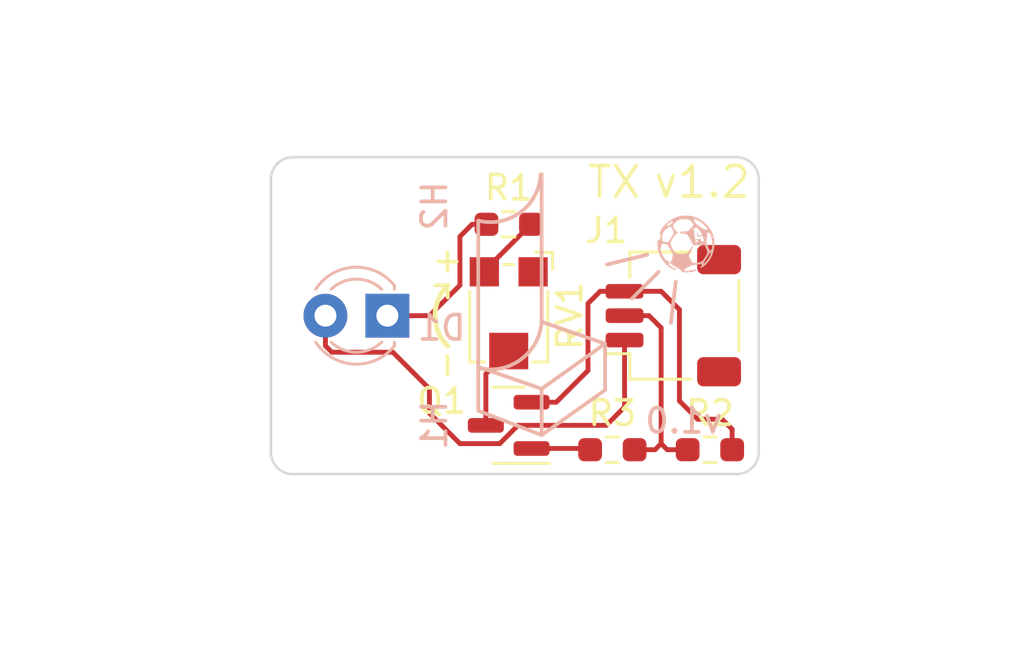
<source format=kicad_pcb>
(kicad_pcb (version 20221018) (generator pcbnew)
  (layers (0 "F.Cu" signal) (31 "B.Cu" signal) (34 "B.Paste" user) (35 "F.Paste" user) (36 "B.SilkS" user "B.Silkscreen") (37 "F.SilkS" user "F.Silkscreen") (38 "B.Mask" user) (39 "F.Mask" user) (44 "Edge.Cuts" user))
  (net 0 "")
  (net 1 "Net-(D1-K)")
  (net 2 "+3.3V")
  (net 3 "BALL_TX")
  (net 4 "GND")
  (net 5 "Net-(Q1-G)")
  (net 7 "Net-(Q1-D)")
  (net 8 "Net-(R1-Pad2)")
  (footprint "Resistor_SMD:R_0603_1608Metric_Pad0.98x0.95mm_HandSolder" (layer "F.Cu") (at 128.25 59.75)
    (fp_text reference "R1" (at 0 -1.5) (layer "F.SilkS") (effects (font (thickness 0.153))))
    (fp_text value "36" hide)
    (fp_line (start -0.254724 -0.5225) (end 0.254724 -0.5225) (stroke (width 0.12)) (layer "F.SilkS"))
    (fp_line (start -0.254724 0.5225) (end 0.254724 0.5225) (stroke (width 0.12)) (layer "F.SilkS"))
    (pad "1" smd roundrect (at -0.9125 0) (size 0.975 0.95) (layers "F.Cu" "F.Paste" "F.Mask") (net 1 "Net-(D1-K)"))
    (pad "2" smd roundrect (at 0.9125 0) (size 0.975 0.95) (layers "F.Cu" "F.Paste" "F.Mask") (net 8 "Net-(R1-Pad2)"))
  )
  (footprint "Potentiometer_SMD:Potentiometer_Bourns_TC33X_Vertical" (layer "F.Cu") (at 128.25 63.5 -90)
    (fp_text reference "RV1" (at 0 -2.5 90) (layer "F.SilkS") (effects (font (thickness 0.153))))
    (fp_text value "500 125mW")
    (fp_line (start -2.6 -1.8) (end -2.6 -1.1) (stroke (width 0.12)) (layer "F.SilkS"))
    (fp_line (start -2.1 -0.2) (end -2.1 0.2) (stroke (width 0.12)) (layer "F.SilkS"))
    (fp_line (start -1.9 -1.8) (end -2.6 -1.8) (stroke (width 0.12)) (layer "F.SilkS"))
    (fp_line (start -1 -1.6) (end 1.9 -1.6) (stroke (width 0.12)) (layer "F.SilkS"))
    (fp_line (start -1 1.6) (end 1.9 1.6) (stroke (width 0.12)) (layer "F.SilkS"))
    (fp_line (start 1.9 -1.6) (end 1.9 -1) (stroke (width 0.12)) (layer "F.SilkS"))
    (fp_line (start 1.9 1.6) (end 1.9 1) (stroke (width 0.12)) (layer "F.SilkS"))
    (pad "1" smd rect (at -1.8 -1 270) (size 1.2 1.2) (layers "F.Cu" "F.Paste" "F.Mask"))
    (pad "2" smd rect (at 1.45 0 270) (size 1.5 1.6) (layers "F.Cu" "F.Paste" "F.Mask") (net 7 "Net-(Q1-D)"))
    (pad "3" smd rect (at -1.8 1 270) (size 1.2 1.2) (layers "F.Cu" "F.Paste" "F.Mask") (net 8 "Net-(R1-Pad2)"))
  )
  (footprint "Connector_JST:JST_SH_SM03B-SRSS-TB_1x03-1MP_P1.00mm_Horizontal" (layer "F.Cu") (at 135 63.5 90)
    (fp_text reference "J1" (at 3.5 -2.75 180) (layer "F.SilkS") (effects (font (thickness 0.153))))
    (fp_text value "Conn_01x03" hide)
    (fp_line (start -2.61 -1.785) (end -1.56 -1.785) (stroke (width 0.12)) (layer "F.SilkS"))
    (fp_line (start -2.61 0.715) (end -2.61 -1.785) (stroke (width 0.12)) (layer "F.SilkS"))
    (fp_line (start -1.56 -1.785) (end -1.56 -2.775) (stroke (width 0.12)) (layer "F.SilkS"))
    (fp_line (start -1.44 2.685) (end 1.44 2.685) (stroke (width 0.12)) (layer "F.SilkS"))
    (fp_line (start 2.61 -1.785) (end 1.56 -1.785) (stroke (width 0.12)) (layer "F.SilkS"))
    (fp_line (start 2.61 0.715) (end 2.61 -1.785) (stroke (width 0.12)) (layer "F.SilkS"))
    (pad "1" smd roundrect (at -1 -2 90) (size 0.6 1.55) (layers "F.Cu" "F.Paste" "F.Mask") (net 2 "+3.3V"))
    (pad "2" smd roundrect (at 0 -2 90) (size 0.6 1.55) (layers "F.Cu" "F.Paste" "F.Mask") (net 3 "BALL_TX"))
    (pad "3" smd roundrect (at 1 -2 90) (size 0.6 1.55) (layers "F.Cu" "F.Paste" "F.Mask") (net 4 "GND"))
    (pad "MP" smd roundrect (at -2.3 1.875 90) (size 1.2 1.8) (layers "F.Cu" "F.Paste" "F.Mask") (roundrect_rratio 0.2083333333))
    (pad "MP" smd roundrect (at 2.3 1.875 90) (size 1.2 1.8) (layers "F.Cu" "F.Paste" "F.Mask") (roundrect_rratio 0.2083333333))
  )
  (footprint "Resistor_SMD:R_0603_1608Metric_Pad0.98x0.95mm_HandSolder" (layer "F.Cu") (at 136.5 69)
    (fp_text reference "R2" (at 0 -1.5 180) (layer "F.SilkS") (effects (font (thickness 0.153))))
    (fp_text value "10k" hide)
    (fp_line (start -0.254724 -0.5225) (end 0.254724 -0.5225) (stroke (width 0.12)) (layer "F.SilkS"))
    (fp_line (start -0.254724 0.5225) (end 0.254724 0.5225) (stroke (width 0.12)) (layer "F.SilkS"))
    (pad "1" smd roundrect (at -0.9125 0) (size 0.975 0.95) (layers "F.Cu" "F.Paste" "F.Mask") (net 3 "BALL_TX"))
    (pad "2" smd roundrect (at 0.9125 0) (size 0.975 0.95) (layers "F.Cu" "F.Paste" "F.Mask") (net 4 "GND"))
  )
  (footprint "Resistor_SMD:R_0603_1608Metric_Pad0.98x0.95mm_HandSolder" (layer "F.Cu") (at 132.5 69 180)
    (fp_text reference "R3" (at 0 1.5) (layer "F.SilkS") (effects (font (thickness 0.153))))
    (fp_text value "100" hide)
    (fp_line (start -0.254724 -0.5225) (end 0.254724 -0.5225) (stroke (width 0.12)) (layer "F.SilkS"))
    (fp_line (start -0.254724 0.5225) (end 0.254724 0.5225) (stroke (width 0.12)) (layer "F.SilkS"))
    (pad "1" smd roundrect (at -0.9125 0 180) (size 0.975 0.95) (layers "F.Cu" "F.Paste" "F.Mask") (net 3 "BALL_TX"))
    (pad "2" smd roundrect (at 0.9125 0 180) (size 0.975 0.95) (layers "F.Cu" "F.Paste" "F.Mask") (net 5 "Net-(Q1-G)"))
  )
  (footprint "MountingHole:MountingHole_2.2mm_M2" (layer "F.Cu") (at 122 68 -90)
    (fp_text reference "H1" (at 0 -3.2 90) (layer "B.SilkS") (effects (font (thickness 0.153)) (justify mirror)))
    (fp_text value "MountingHole" hide)
    (pad "" np_thru_hole circle (at 0 0 270) (size 2.2 2.2) (drill 2.2) (layers "*.Cu" "*.Mask"))
  )
  (footprint "MountingHole:MountingHole_2.2mm_M2" (layer "F.Cu") (at 122 59 -90)
    (fp_text reference "H2" (at 0 -3.2 90) (layer "B.SilkS") (effects (font (thickness 0.153)) (justify mirror)))
    (fp_text value "MountingHole" hide)
    (pad "" np_thru_hole circle (at 0 0 270) (size 2.2 2.2) (drill 2.2) (layers "*.Cu" "*.Mask"))
  )
  (footprint "Package_TO_SOT_SMD:SOT-23" (layer "F.Cu") (at 128.25 68 180)
    (fp_text reference "Q1" (at 2.75 1) (layer "F.SilkS") (effects (font (thickness 0.153))))
    (fp_text value "BSS138" hide)
    (fp_line (start 0 -1.56) (end -1.675 -1.56) (stroke (width 0.12)) (layer "F.SilkS"))
    (fp_line (start 0 -1.56) (end 0.65 -1.56) (stroke (width 0.12)) (layer "F.SilkS"))
    (fp_line (start 0 1.56) (end -0.65 1.56) (stroke (width 0.12)) (layer "F.SilkS"))
    (fp_line (start 0 1.56) (end 0.65 1.56) (stroke (width 0.12)) (layer "F.SilkS"))
    (pad "1" smd roundrect (at -0.9375 -0.95 180) (size 1.475 0.6) (layers "F.Cu" "F.Paste" "F.Mask") (net 5 "Net-(Q1-G)"))
    (pad "2" smd roundrect (at -0.9375 0.95 180) (size 1.475 0.6) (layers "F.Cu" "F.Paste" "F.Mask") (net 4 "GND"))
    (pad "3" smd roundrect (at 0.9375 0 180) (size 1.475 0.6) (layers "F.Cu" "F.Paste" "F.Mask") (net 7 "Net-(Q1-D)"))
  )
  (footprint "AT-Style:logo_3_mm_3_mm" (layer "B.Cu") (at 135.5 60.5 180)
    (fp_text reference "G***" hide)
    (fp_text value "LOGO" hide)
    (fp_poly (pts (xy 0.084667 1.104608) (xy 0.147904 1.099875) (xy 0.180206 1.095398) (xy 0.322169 1.061718) (xy 0.456925 1.011636) (xy 0.583926 0.945492) (xy 0.702625 0.86363) (xy 0.812473 0.766392) (xy 0.912923 0.65412) (xy 0.937606 0.622279) (xy 0.96758 0.579457) (xy 0.995872 0.533645) (xy 1.020561 0.48853) (xy 1.039727 0.447796) (xy 1.05145 0.415131) (xy 1.054204 0.398475) (xy 1.050505 0.373967) (xy 1.041173 0.343344) (xy 1.036058 0.330691) (xy 1.026275 0.304678) (xy 1.021897 0.279516) (xy 1.022111 0.248004) (xy 1.024011 0.224049) (xy 1.032764 0.173874) (xy 1.048446 0.139843) (xy 1.071494 0.121291) (xy 1.094133 0.117134) (xy 1.11474 0.112649) (xy 1.130013 0.097915) (xy 1.140723 0.071017) (xy 1.147639 0.030038) (xy 1.151479 -0.025662) (xy 1.149055 -0.14185) (xy 1.133304 -0.263808) (xy 1.105256 -0.386416) (xy 1.065944 -0.504554) (xy 1.044967 -0.554637) (xy 1.001368 -0.637177) (xy 0.944248 -0.722728) (xy 0.876763 -0.807472) (xy 0.802068 -0.887591) (xy 0.723321 -0.959267) (xy 0.68614 -0.988703) (xy 0.650923 -1.013429) (xy 0.609229 -1.039945) (xy 0.564453 -1.066397) (xy 0.519992 -1.090934) (xy 0.479244 -1.111702) (xy 0.445603 -1.12685) (xy 0.422468 -1.134525) (xy 0.41769 -1.135103) (xy 0.398369 -1.128601) (xy 0.392056 -1.111266) (xy 0.394137 -1.101175) (xy 0.403563 -1.092172) (xy 0.425342 -1.077938) (xy 0.455534 -1.060945) (xy 0.47046 -1.053236) (xy 0.514851 -1.029688) (xy 0.558935 -1.004152) (xy 0.599617 -0.978656) (xy 0.633804 -0.955229) (xy 0.658402 -0.935898) (xy 0.670318 -0.922691) (xy 0.670603 -0.922035) (xy 0.670027 -0.906629) (xy 0.662891 -0.882188) (xy 0.656894 -0.867611) (xy 0.646123 -0.84279) (xy 0.642773 -0.827688) (xy 0.646697 -0.815668) (xy 0.655489 -0.803127) (xy 0.674013 -0.786197) (xy 0.701759 -0.769103) (xy 0.717927 -0.761604) (xy 0.774833 -0.733656) (xy 0.820874 -0.698694) (xy 0.860483 -0.654807) (xy 0.884639 -0.619991) (xy 0.911635 -0.57453) (xy 0.939236 -0.522937) (xy 0.965206 -0.469727) (xy 0.98731 -0.419416) (xy 1.003314 -0.376518) (xy 1.00966 -0.353465) (xy 1.015497 -0.306736) (xy 1.01581 -0.254286) (xy 1.011248 -0.200335) (xy 1.002457 -0.149101) (xy 0.990086 -0.104805) (xy 0.974784 -0.071668) (xy 0.964418 -0.058854) (xy 0.948814 -0.048979) (xy 0.928069 -0.046231) (xy 0.902686 -0.048486) (xy 0.855094 -0.056552) (xy 0.809686 -0.067349) (xy 0.770998 -0.079553) (xy 0.743563 -0.091837) (xy 0.735843 -0.097264) (xy 0.724948 -0.111402) (xy 0.708684 -0.137747) (xy 0.689443 -0.172241) (xy 0.673638 -0.202731) (xy 0.648627 -0.251257) (xy 0.619077 -0.306529) (xy 0.589689 -0.359822) (xy 0.576051 -0.383824) (xy 0.554573 -0.4222) (xy 0.53626 -0.456967) (xy 0.523222 -0.483987) (xy 0.517815 -0.497964) (xy 0.518169 -0.515433) (xy 0.523346 -0.546033) (xy 0.532286 -0.58586) (xy 0.543932 -0.63101) (xy 0.557224 -0.677582) (xy 0.571104 -0.721672) (xy 0.584512 -0.759375) (xy 0.595883 -0.785789) (xy 0.609593 -0.820079) (xy 0.610489 -0.846657) (xy 0.598377 -0.870676) (xy 0.592427 -0.877872) (xy 0.574232 -0.89389) (xy 0.543121 -0.916456) (xy 0.502109 -0.943696) (xy 0.454212 -0.97374) (xy 0.402445 -1.004714) (xy 0.349825 -1.034748) (xy 0.299368 -1.061967) (xy 0.279395 -1.072186) (xy 0.238711 -1.093223) (xy 0.211645 -1.109113) (xy 0.195324 -1.121967) (xy 0.186873 -1.133896) (xy 0.18426 -1.142049) (xy 0.174845 -1.176104) (xy 0.162161 -1.197038) (xy 0.142441 -1.209743) (xy 0.128328 -1.21467) (xy 0.097761 -1.220116) (xy 0.052703 -1.223141) (xy -0.003478 -1.223729) (xy -0.067413 -1.221863) (xy -0.135733 -1.217528) (xy -0.153377 -1.216032) (xy -0.20402 -1.210554) (xy -0.248617 -1.20313) (xy -0.293991 -1.192294) (xy -0.346968 -1.176579) (xy -0.367262 -1.170079) (xy -0.408108 -1.153427) (xy -0.431117 -1.135776) (xy -0.436223 -1.117189) (xy -0.432634 -1.108492) (xy -0.426649 -1.104147) (xy -0.414253 -1.103201) (xy -0.392797 -1.106021) (xy -0.359637 -1.112977) (xy -0.312124 -1.124434) (xy -0.304866 -1.126246) (xy -0.228096 -1.143572) (xy -0.160195 -1.154429) (xy -0.093707 -1.159979) (xy -0.085598 -1.160339) (xy -0.041745 -1.161866) (xy -0.012168 -1.161889) (xy 0.006849 -1.159927) (xy 0.019023 -1.1555) (xy 0.02807 -1.148126) (xy 0.030713 -1.145286) (xy 0.042195 -1.125336) (xy 0.039025 -1.10582) (xy 0.020353 -1.085606) (xy -0.014673 -1.063561) (xy -0.04058 -1.050549) (xy -0.081289 -1.030115) (xy -0.123545 -1.007134) (xy -0.158639 -0.986356) (xy -0.160621 -0.985094) (xy -0.19832 -0.962012) (xy -0.230453 -0.945786) (xy -0.262363 -0.934743) (xy -0.299391 -0.927213) (xy -0.346878 -0.921525) (xy -0.370873 -0.919314) (xy -0.422852 -0.91392) (xy -0.478609 -0.906792) (xy -0.529599 -0.899073) (xy -0.552385 -0.895016) (xy -0.598485 -0.887405) (xy -0.630143 -0.885808) (xy -0.650086 -0.890779) (xy -0.661046 -0.902871) (xy -0.665154 -0.917858) (xy -0.661162 -0.937874) (xy -0.646567 -0.96398) (xy -0.640319 -0.972368) (xy -0.621783 -1.001625) (xy -0.618104 -1.022852) (xy -0.628984 -1.034956) (xy -0.654125 -1.036841) (xy -0.657751 -1.036378) (xy -0.677934 -1.028048) (xy -0.707671 -1.008677) (xy -0.744269 -0.98044) (xy -0.785034 -0.945517) (xy -0.827272 -0.906083) (xy -0.860752 -0.872292) (xy -0.955699 -0.761086) (xy -1.033991 -0.643709) (xy -1.095913 -0.519473) (xy -1.119157 -0.452647) (xy -1.034917 -0.452647) (xy -1.030701 -0.471114) (xy -1.01875 -0.500241) (xy -1.005427 -0.528715) (xy -0.951332 -0.626641) (xy -0.882784 -0.725865) (xy -0.838107 -0.781642) (xy -0.806829 -0.816867) (xy -0.783769 -0.838046) (xy -0.76732 -0.84624) (xy -0.755874 -0.842511) (xy -0.752474 -0.838143) (xy -0.750668 -0.830293) (xy -0.753961 -0.817964) (xy -0.763581 -0.798841) (xy -0.780757 -0.770608) (xy -0.80672 -0.730949) (xy -0.819541 -0.711813) (xy -0.84784 -0.668557) (xy -0.879705 -0.61801) (xy -0.909869 -0.568584) (xy -0.921088 -0.549627) (xy -0.951259 -0.5) (xy -0.975323 -0.465326) (xy -0.994586 -0.444134) (xy -1.010356 -0.434954) (xy -1.022332 -0.435623) (xy -1.031944 -0.441823) (xy -1.034917 -0.452647) (xy -1.119157 -0.452647) (xy -1.134597 -0.408255) (xy -0.888575 -0.408255) (xy -0.883604 -0.438286) (xy -0.87115 -0.472343) (xy -0.850239 -0.514355) (xy -0.828028 -0.554133) (xy -0.784291 -0.626835) (xy -0.744445 -0.684407) (xy -0.706503 -0.728751) (xy -0.668483 -0.761774) (xy -0.6284 -0.78538) (xy -0.584269 -0.801474) (xy -0.565544 -0.806123) (xy -0.480251 -0.822947) (xy -0.410281 -0.832088) (xy -0.354673 -0.83358) (xy -0.312463 -0.827455) (xy -0.285691 -0.815826) (xy -0.270951 -0.800393) (xy -0.251505 -0.772018) (xy -0.229293 -0.73451) (xy -0.206253 -0.69168) (xy -0.184326 -0.647335) (xy -0.16545 -0.605285) (xy -0.151565 -0.56934) (xy -0.14461 -0.543307) (xy -0.144164 -0.537845) (xy -0.147275 -0.513583) (xy -0.157143 -0.482216) (xy -0.174567 -0.441954) (xy -0.200349 -0.391005) (xy -0.235291 -0.327575) (xy -0.248545 -0.304336) (xy -0.273479 -0.260561) (xy -0.290366 -0.229432) (xy -0.300282 -0.208057) (xy -0.304304 -0.193542) (xy -0.30351 -0.182995) (xy -0.298975 -0.173521) (xy -0.297883 -0.171767) (xy -0.288461 -0.163743) (xy -0.2757 -0.166034) (xy -0.258523 -0.179724) (xy -0.235853 -0.205893) (xy -0.206613 -0.245626) (xy -0.169723 -0.300003) (xy -0.168753 -0.301469) (xy -0.135355 -0.351856) (xy -0.108097 -0.390613) (xy -0.083921 -0.41924) (xy -0.059765 -0.439233) (xy -0.032569 -0.45209) (xy 0.000726 -0.459309) (xy 0.043181 -0.462387) (xy 0.097856 -0.462823) (xy 0.159664 -0.462197) (xy 0.216389 -0.461112) (xy 0.269289 -0.459207) (xy 0.314794 -0.456678) (xy 0.349331 -0.453722) (xy 0.369023 -0.450622) (xy 0.394699 -0.440707) (xy 0.418808 -0.424203) (xy 0.442847 -0.399192) (xy 0.468313 -0.363757) (xy 0.496704 -0.315981) (xy 0.529516 -0.253946) (xy 0.542055 -0.229047) (xy 0.572309 -0.167934) (xy 0.594705 -0.119086) (xy 0.609081 -0.078961) (xy 0.615277 -0.044017) (xy 0.613131 -0.01071) (xy 0.602484 0.024501) (xy 0.583173 0.06516) (xy 0.555039 0.114808) (xy 0.524087 0.16669) (xy 0.479843 0.236435) (xy 0.439447 0.29103) (xy 0.401232 0.332484) (xy 0.363529 0.362802) (xy 0.358159 0.366296) (xy 0.332074 0.388121) (xy 0.323994 0.409295) (xy 0.326568 0.414651) (xy 0.477545 0.414651) (xy 0.481008 0.395017) (xy 0.492197 0.36837) (xy 0.512313 0.332277) (xy 0.539444 0.289081) (xy 0.567882 0.244422) (xy 0.596961 0.197324) (xy 0.622887 0.154005) (xy 0.638867 0.126144) (xy 0.671465 0.07288) (xy 0.700895 0.036572) (xy 0.727824 0.01657) (xy 0.752922 0.012222) (xy 0.755369 0.012626) (xy 0.776906 0.016726) (xy 0.808659 0.022629) (xy 0.837957 0.027999) (xy 0.889113 0.039339) (xy 0.92477 0.053122) (xy 0.947446 0.071613) (xy 0.959663 0.097076) (xy 0.963939 0.131775) (xy 0.964065 0.14132) (xy 0.961444 0.186557) (xy 0.95445 0.241788) (xy 0.944285 0.300185) (xy 0.932154 0.354919) (xy 0.91926 0.399162) (xy 0.917958 0.402794) (xy 0.890258 0.454702) (xy 0.844732 0.508014) (xy 0.781332 0.562782) (xy 0.726826 0.601655) (xy 0.685899 0.627444) (xy 0.655294 0.642399) (xy 0.631627 0.647388) (xy 0.611517 0.643279) (xy 0.597049 0.63497) (xy 0.581205 0.618457) (xy 0.56104 0.589879) (xy 0.538906 0.553574) (xy 0.517156 0.513879) (xy 0.498144 0.475133) (xy 0.484221 0.441673) (xy 0.477741 0.417836) (xy 0.477545 0.414651) (xy 0.326568 0.414651) (xy 0.333922 0.429953) (xy 0.359625 0.448989) (xy 0.38635 0.470048) (xy 0.415117 0.502572) (xy 0.44366 0.542651) (xy 0.469713 0.586377) (xy 0.491012 0.629839) (xy 0.50529 0.669129) (xy 0.510283 0.700336) (xy 0.509584 0.707795) (xy 0.499597 0.728975) (xy 0.477791 0.757663) (xy 0.447117 0.791044) (xy 0.410529 0.826305) (xy 0.370977 0.860631) (xy 0.366113 0.86439) (xy 0.515245 0.86439) (xy 0.523853 0.840863) (xy 0.547531 0.80872) (xy 0.56002 0.795222) (xy 0.603054 0.754519) (xy 0.644716 0.721654) (xy 0.683065 0.697538) (xy 0.716161 0.683079) (xy 0.742063 0.679187) (xy 0.758831 0.686772) (xy 0.764121 0.699579) (xy 0.758505 0.716384) (xy 0.739414 0.740595) (xy 0.708819 0.770336) (xy 0.668692 0.803733) (xy 0.621006 0.838911) (xy 0.608499 0.847517) (xy 0.568334 0.870865) (xy 0.538636 0.880632) (xy 0.520556 0.87806) (xy 0.515245 0.86439) (xy 0.366113 0.86439) (xy 0.331415 0.891207) (xy 0.294794 0.915221) (xy 0.28797 0.919049) (xy 0.229763 0.950585) (xy 0.067577 0.950585) (xy 0.012686 0.950185) (xy -0.038303 0.949074) (xy -0.081685 0.947389) (xy -0.113759 0.945268) (xy -0.128934 0.943319) (xy -0.166589 0.92726) (xy -0.207779 0.894774) (xy -0.251382 0.846846) (xy -0.275643 0.814739) (xy -0.297951 0.783044) (xy -0.313288 0.757721) (xy -0.320859 0.73609) (xy -0.319864 0.715474) (xy -0.309507 0.693194) (xy -0.28899 0.666572) (xy -0.257517 0.632929) (xy -0.214289 0.589586) (xy -0.206236 0.581581) (xy -0.085598 0.461622) (xy 0.049557 0.456928) (xy 0.107757 0.454655) (xy 0.150512 0.452122) (xy 0.180395 0.448801) (xy 0.199981 0.444162) (xy 0.211842 0.437677) (xy 0.218552 0.428817) (xy 0.221335 0.421647) (xy 0.222774 0.403459) (xy 0.212758 0.389793) (xy 0.189533 0.379785) (xy 0.151344 0.372568) (xy 0.113831 0.368635) (xy 0.054562 0.362668) (xy 0.009713 0.355389) (xy -0.024318 0.345604) (xy -0.051132 0.332118) (xy -0.074328 0.313734) (xy -0.085598 0.302436) (xy -0.102241 0.281003) (xy -0.124676 0.246799) (xy -0.150956 0.203327) (xy -0.179134 0.154091) (xy -0.207261 0.102594) (xy -0.233392 0.052339) (xy -0.255577 0.006828) (xy -0.271871 -0.030434) (xy -0.274643 -0.037638) (xy -0.297028 -0.081739) (xy -0.325165 -0.109484) (xy -0.35852 -0.120373) (xy -0.36267 -0.120522) (xy -0.380565 -0.119741) (xy -0.413085 -0.117428) (xy -0.456926 -0.113854) (xy -0.508781 -0.109288) (xy -0.565346 -0.104002) (xy -0.570862 -0.103471) (xy -0.749777 -0.086186) (xy -0.77871 -0.117757) (xy -0.799917 -0.147286) (xy -0.822832 -0.189902) (xy -0.845426 -0.241062) (xy -0.865671 -0.296222) (xy -0.879958 -0.344561) (xy -0.887035 -0.378323) (xy -0.888575 -0.408255) (xy -1.134597 -0.408255) (xy -1.141751 -0.387687) (xy -1.17179 -0.247663) (xy -1.186317 -0.098711) (xy -1.186846 -0.085598) (xy -1.185827 -0.044829) (xy -1.097503 -0.044829) (xy -1.09585 -0.118687) (xy -1.089597 -0.18542) (xy -1.079548 -0.236539) (xy -1.065057 -0.274174) (xy -1.045479 -0.300455) (xy -1.039067 -0.306015) (xy -1.01609 -0.317991) (xy -0.996852 -0.313342) (xy -0.979333 -0.291427) (xy -0.976522 -0.286213) (xy -0.963624 -0.258353) (xy -0.951501 -0.227848) (xy -0.951017 -0.226485) (xy -0.942495 -0.204802) (xy -0.928473 -0.171733) (xy -0.911078 -0.132218) (xy -0.896743 -0.100544) (xy -0.854031 -0.007368) (xy -0.863375 0.055455) (xy -0.764515 0.055455) (xy -0.70888 0.047435) (xy -0.679008 0.043996) (xy -0.656812 0.043054) (xy -0.647914 0.044486) (xy -0.643291 0.055412) (xy -0.636816 0.078474) (xy -0.6315 0.101366) (xy -0.629064 0.11017) (xy -0.504576 0.11017) (xy -0.504576 0.069199) (xy -0.50365 0.047029) (xy -0.498532 0.033166) (xy -0.485714 0.025392) (xy -0.461688 0.02149) (xy -0.425736 0.019371) (xy -0.405455 0.020319) (xy -0.397528 0.028266) (xy -0.396452 0.039809) (xy -0.394367 0.062721) (xy -0.391296 0.075037) (xy -0.39065 0.084306) (xy -0.398908 0.091264) (xy -0.418914 0.097085) (xy -0.453513 0.102942) (xy -0.461777 0.104128) (xy -0.504576 0.11017) (xy -0.629064 0.11017) (xy -0.623197 0.131374) (xy -0.614216 0.149495) (xy -0.608728 0.153175) (xy -0.595267 0.151708) (xy -0.568746 0.147819) (xy -0.533842 0.142279) (xy -0.49523 0.135858) (xy -0.457586 0.129326) (xy -0.425586 0.123454) (xy -0.41222 0.120811) (xy -0.395385 0.11896) (xy -0.388644 0.126112) (xy -0.387431 0.145701) (xy -0.38595 0.177592) (xy -0.381926 0.222577) (xy -0.375963 0.276006) (xy -0.368665 0.333232) (xy -0.360635 0.389603) (xy -0.352477 0.440472) (xy -0.344794 0.481188) (xy -0.342594 0.491061) (xy -0.335465 0.525065) (xy -0.331407 0.552125) (xy -0.331047 0.567689) (xy -0.331776 0.569461) (xy -0.342747 0.575576) (xy -0.365808 0.58569) (xy -0.396099 0.59768) (xy -0.398005 0.598399) (xy -0.458103 0.62102) (xy -0.511573 0.563861) (xy -0.54853 0.520475) (xy -0.58629 0.469518) (xy -0.621094 0.416577) (xy -0.649181 0.367243) (xy -0.661604 0.340847) (xy -0.675421 0.307768) (xy -0.628449 0.297694) (xy -0.597616 0.290949) (xy -0.571384 0.284984) (xy -0.561896 0.282706) (xy -0.545299 0.283246) (xy -0.536177 0.298238) (xy -0.535997 0.298829) (xy -0.529162 0.314798) (xy -0.517151 0.337515) (xy -0.502744 0.362346) (xy -0.488724 0.384662) (xy -0.47787 0.399829) (xy -0.473117 0.403553) (xy -0.472823 0.393658) (xy -0.474539 0.371138) (xy -0.477656 0.341196) (xy -0.481566 0.309038) (xy -0.485658 0.279867) (xy -0.489325 0.258886) (xy -0.490678 0.253495) (xy -0.494106 0.247482) (xy -0.50134 0.244066) (xy -0.514681 0.243518) (xy -0.536428 0.246106) (xy -0.568881 0.2521) (xy -0.614341 0.26177) (xy -0.672597 0.274817) (xy -0.682433 0.275062) (xy -0.69114 0.268854) (xy -0.700691 0.253291) (xy -0.713057 0.22547) (xy -0.723152 0.200419) (xy -0.737724 0.16145) (xy -0.74994 0.124795) (xy -0.757873 0.096391) (xy -0.759435 0.088547) (xy -0.764515 0.055455) (xy -0.863375 0.055455) (xy -0.864281 0.06155) (xy -0.868604 0.097438) (xy -0.872955 0.145293) (xy -0.876846 0.199071) (xy -0.879793 0.252726) (xy -0.879967 0.256703) (xy -0.883046 0.314055) (xy -0.887184 0.355782) (xy -0.893261 0.384279) (xy -0.902154 0.401942) (xy -0.914743 0.411164) (xy -0.931904 0.414341) (xy -0.937823 0.414473) (xy -0.960299 0.410385) (xy -0.979726 0.396269) (xy -0.999048 0.369352) (xy -1.01296 0.343647) (xy -1.047596 0.259838) (xy -1.073765 0.164183) (xy -1.090667 0.06114) (xy -1.097503 -0.044829) (xy -1.185827 -0.044829) (xy -1.183275 0.057324) (xy -1.162321 0.196042) (xy -1.124291 0.329801) (xy -1.069489 0.457844) (xy -1.018603 0.544651) (xy -0.897017 0.544651) (xy -0.890254 0.534676) (xy -0.887571 0.531671) (xy -0.871076 0.518208) (xy -0.8516 0.513055) (xy -0.826907 0.516854) (xy -0.794762 0.53025) (xy -0.752928 0.553887) (xy -0.705817 0.584004) (xy -0.662746 0.612138) (xy -0.620744 0.639028) (xy -0.584191 0.661906) (xy -0.557465 0.678003) (xy -0.554132 0.679913) (xy -0.506534 0.707944) (xy -0.4715 0.731752) (xy -0.445176 0.754548) (xy -0.423709 0.779541) (xy -0.409027 0.800808) (xy -0.386771 0.834814) (xy -0.363578 0.869537) (xy -0.34952 0.890133) (xy -0.3319 0.920259) (xy -0.328624 0.940284) (xy -0.340049 0.951473) (xy -0.366531 0.955086) (xy -0.367879 0.955091) (xy -0.393622 0.950348) (xy -0.430695 0.937303) (xy -0.475491 0.917726) (xy -0.5244 0.89339) (xy -0.573812 0.866067) (xy -0.620118 0.837529) (xy -0.651158 0.81601) (xy -0.697074 0.779191) (xy -0.746018 0.735085) (xy -0.793692 0.687968) (xy -0.835795 0.642114) (xy -0.868028 0.601798) (xy -0.871305 0.597134) (xy -0.88871 0.571181) (xy -0.896891 0.555253) (xy -0.897017 0.544651) (xy -1.018603 0.544651) (xy -0.998222 0.579418) (xy -0.910794 0.693765) (xy -0.842106 0.767168) (xy -0.735934 0.862099) (xy -0.625713 0.940392) (xy -0.509057 1.00335) (xy -0.383578 1.05228) (xy -0.25903 1.085866) (xy -0.204526 1.094879) (xy -0.137534 1.101377) (xy -0.063424 1.105242) (xy 0.012433 1.106358)) (fill solid) (layer "B.SilkS"))
  )
  (footprint "LED_THT:LED_D3.0mm" (layer "B.Cu") (at 123.275 63.5 180)
    (fp_text reference "D1" (at -2.225 -0.5) (layer "B.SilkS") (effects (font (thickness 0.153)) (justify mirror)))
    (fp_text value "OP166A")
    (fp_line (start -0.29 -1.08) (end -0.29 -1.236) (stroke (width 0.12)) (layer "B.SilkS"))
    (fp_line (start -0.29 1.236) (end -0.29 1.08) (stroke (width 0.12)) (layer "B.SilkS"))
    (fp_arc (start -0.29 -1.235516) (mid 1.366487 -1.987659) (end 2.942335 -1.078608) (stroke (width 0.12)) (layer "B.SilkS"))
    (fp_arc (start 0.229039 -1.08) (mid 1.270117 -1.5) (end 2.31113 -1.079837) (stroke (width 0.12)) (layer "B.SilkS"))
    (fp_arc (start 2.31113 1.079837) (mid 1.270117 1.5) (end 0.229039 1.08) (stroke (width 0.12)) (layer "B.SilkS"))
    (fp_arc (start 2.942335 1.078608) (mid 1.366487 1.987659) (end -0.29 1.235516) (stroke (width 0.12)) (layer "B.SilkS"))
    (pad "1" thru_hole rect (at 0 0 180) (size 1.8 1.8) (drill 0.9) (layers "*.Cu" "*.Mask") (net 1 "Net-(D1-K)"))
    (pad "2" thru_hole circle (at 2.54 0 180) (size 1.8 1.8) (drill 0.9) (layers "*.Cu" "*.Mask") (net 2 "+3.3V"))
  )
  (gr_line (start 132.2 66.55) (end 132.2 64.65) (stroke (width 0.153)) (layer "B.SilkS"))
  (gr_line (start 127 67.4) (end 129.6 68.4) (stroke (width 0.153)) (layer "B.SilkS"))
  (gr_line (start 132.2 64.65) (end 129.6 66.5) (stroke (width 0.153)) (layer "B.SilkS"))
  (gr_line (start 132.2 66.55) (end 129.6 68.4) (stroke (width 0.153)) (layer "B.SilkS"))
  (gr_line (start 134.4 61.7) (end 133.3 62.8) (stroke (width 0.153)) (layer "B.SilkS"))
  (gr_arc (start 129.55922 57.698058) (mid 128.72969 59.25465) (end 126.999999 59.6) (stroke (width 0.153)) (layer "B.SilkS"))
  (gr_line (start 135.1 62.1) (end 134.9 63.8) (stroke (width 0.153)) (layer "B.SilkS"))
  (gr_line (start 129.6 68.4) (end 129.6 66.5) (stroke (width 0.153)) (layer "B.SilkS"))
  (gr_line (start 126.999999 59.6) (end 127 65.6) (stroke (width 0.153)) (layer "B.SilkS"))
  (gr_line (start 132.2 64.65) (end 129.6 63.75) (stroke (width 0.153)) (layer "B.SilkS"))
  (gr_line (start 129.6 57.7) (end 129.6 63.75) (stroke (width 0.153)) (layer "B.SilkS"))
  (gr_line (start 133.925 61) (end 132.275 61.4) (stroke (width 0.153)) (layer "B.SilkS"))
  (gr_line (start 129.6 66.5) (end 127 65.6) (stroke (width 0.153)) (layer "B.SilkS"))
  (gr_line (start 127 65.6) (end 127 67.4) (stroke (width 0.153)) (layer "B.SilkS"))
  (gr_arc (start 129.599999 63.75) (mid 128.735681 65.304579) (end 126.989377 65.642488) (stroke (width 0.153)) (layer "B.SilkS"))
  (gr_line (start 125.75 62.250002) (end 125.75 62.75) (stroke (width 0.153)) (layer "F.SilkS"))
  (gr_line (start 125.75 62.250002) (end 125.25 62.25) (stroke (width 0.153)) (layer "F.SilkS"))
  (gr_arc (start 125.75 64.75) (mid 125.232233 63.500001) (end 125.75 62.250002) (stroke (width 0.2)) (layer "F.SilkS"))
  (gr_line (start 125.75 62.75) (end 125.75 62.250002) (stroke (width 0.153)) (layer "F.SilkS"))
  (gr_line (start 119.4 70) (end 137.6 70) (stroke (width 0.1)) (layer "Edge.Cuts"))
  (gr_line (start 138.5 69.1) (end 138.5 57.9) (stroke (width 0.1)) (layer "Edge.Cuts"))
  (gr_arc (start 119.4 70) (mid 118.763604 69.736396) (end 118.5 69.1) (stroke (width 0.1)) (layer "Edge.Cuts"))
  (gr_arc (start 118.5 57.9) (mid 118.763604 57.263604) (end 119.4 57) (stroke (width 0.1)) (layer "Edge.Cuts"))
  (gr_line (start 137.6 57) (end 119.4 57) (stroke (width 0.1)) (layer "Edge.Cuts"))
  (gr_arc (start 138.5 69.1) (mid 138.236396 69.736396) (end 137.6 70) (stroke (width 0.1)) (layer "Edge.Cuts"))
  (gr_arc (start 137.6 57) (mid 138.236396 57.263604) (end 138.5 57.9) (stroke (width 0.1)) (layer "Edge.Cuts"))
  (gr_line (start 118.5 69.1) (end 118.5 57.9) (stroke (width 0.1)) (layer "Edge.Cuts"))
  (gr_text "v1.0" (at 137.1 68.4) (layer "B.SilkS") (effects (font (size 1 1) (thickness 0.153)) (justify left bottom mirror)))
  (gr_text "TX" (at 133.75 58.75) (layer "F.SilkS") (effects (font (size 1.25 1.25) (thickness 0.153)) (justify right bottom)))
  (gr_text "v1.2" (at 138.25 58.75) (layer "F.SilkS") (effects (font (size 1.25 1.25) (thickness 0.153)) (justify right bottom)))
  (gr_text "+" (at 126.25 62 90) (layer "F.SilkS") (effects (font (size 1 1) (thickness 0.153)) (justify left bottom)))
  (gr_text "-" (at 126.25 66.25 90) (layer "F.SilkS") (effects (font (size 1 1) (thickness 0.153)) (justify left bottom)))
  (segment (start 126.25 60.25) (end 126.25 62.25) (width 0.2) (layer "F.Cu") (net 1))
  (segment (start 125 63.5) (end 123.275 63.5) (width 0.2) (layer "F.Cu") (net 1))
  (segment (start 126.75 59.75) (end 126.25 60.25) (width 0.2) (layer "F.Cu") (net 1))
  (segment (start 123.8875 63.5) (end 123.275 63.5) (width 0.25) (layer "F.Cu") (net 1))
  (segment (start 126.25 62.25) (end 125 63.5) (width 0.2) (layer "F.Cu") (net 1))
  (segment (start 127.3375 59.75) (end 126.75 59.75) (width 0.2) (layer "F.Cu") (net 1))
  (segment (start 125 67.5) (end 125 66.5) (width 0.2) (layer "F.Cu") (net 2))
  (segment (start 128.629828 68) (end 127.879828 68.75) (width 0.2) (layer "F.Cu") (net 2))
  (segment (start 125 66.5) (end 123.5 65) (width 0.2) (layer "F.Cu") (net 2))
  (segment (start 133 67.25) (end 132.25 68) (width 0.2) (layer "F.Cu") (net 2))
  (segment (start 120.735 64.735) (end 120.735 63.5) (width 0.2) (layer "F.Cu") (net 2))
  (segment (start 127.879828 68.75) (end 126.25 68.75) (width 0.2) (layer "F.Cu") (net 2))
  (segment (start 123.5 65) (end 121 65) (width 0.2) (layer "F.Cu") (net 2))
  (segment (start 126.25 68.75) (end 125 67.5) (width 0.2) (layer "F.Cu") (net 2))
  (segment (start 132.25 68) (end 128.629828 68) (width 0.2) (layer "F.Cu") (net 2))
  (segment (start 133 64.5) (end 133 67.25) (width 0.2) (layer "F.Cu") (net 2))
  (segment (start 121 65) (end 120.735 64.735) (width 0.2) (layer "F.Cu") (net 2))
  (segment (start 134.5 68.75) (end 134.25 69) (width 0.2) (layer "F.Cu") (net 3))
  (segment (start 133 63.5) (end 134 63.5) (width 0.2) (layer "F.Cu") (net 3))
  (segment (start 134.75 69) (end 135.5875 69) (width 0.2) (layer "F.Cu") (net 3))
  (segment (start 134 63.5) (end 134.5 64) (width 0.2) (layer "F.Cu") (net 3))
  (segment (start 134.5 68.75) (end 134.75 69) (width 0.2) (layer "F.Cu") (net 3))
  (segment (start 134.5 64) (end 134.5 68.75) (width 0.2) (layer "F.Cu") (net 3))
  (segment (start 134.25 69) (end 133.4125 69) (width 0.2) (layer "F.Cu") (net 3))
  (segment (start 132 62.5) (end 133 62.5) (width 0.2) (layer "F.Cu") (net 4))
  (segment (start 136 67.75) (end 137 67.75) (width 0.2) (layer "F.Cu") (net 4))
  (segment (start 135.25 63.25) (end 135.25 67) (width 0.2) (layer "F.Cu") (net 4))
  (segment (start 130.2 67.05) (end 131.5 65.75) (width 0.2) (layer "F.Cu") (net 4))
  (segment (start 129.1875 67.05) (end 130.2 67.05) (width 0.2) (layer "F.Cu") (net 4))
  (segment (start 131.5 65.75) (end 131.5 63) (width 0.2) (layer "F.Cu") (net 4))
  (segment (start 134.5 62.5) (end 135.25 63.25) (width 0.2) (layer "F.Cu") (net 4))
  (segment (start 133 62.5) (end 134.5 62.5) (width 0.2) (layer "F.Cu") (net 4))
  (segment (start 131.5 63) (end 132 62.5) (width 0.2) (layer "F.Cu") (net 4))
  (segment (start 137 67.75) (end 137.4125 68.1625) (width 0.2) (layer "F.Cu") (net 4))
  (segment (start 135.25 67) (end 136 67.75) (width 0.2) (layer "F.Cu") (net 4))
  (segment (start 137.4125 68.1625) (end 137.4125 69) (width 0.2) (layer "F.Cu") (net 4))
  (segment (start 129.1875 68.95) (end 131.5375 68.95) (width 0.2) (layer "F.Cu") (net 5))
  (segment (start 131.5375 68.95) (end 131.5875 69) (width 0.2) (layer "F.Cu") (net 5))
  (segment (start 127.3125 68) (end 127.3125 65.8875) (width 0.2) (layer "F.Cu") (net 7))
  (segment (start 127.3125 65.8875) (end 128.25 64.95) (width 0.2) (layer "F.Cu") (net 7))
  (segment (start 127.25 61.7) (end 127.25 61.6625) (width 0.2) (layer "F.Cu") (net 8))
  (segment (start 127.25 61.6625) (end 129.1625 59.75) (width 0.2) (layer "F.Cu") (net 8))
)
</source>
